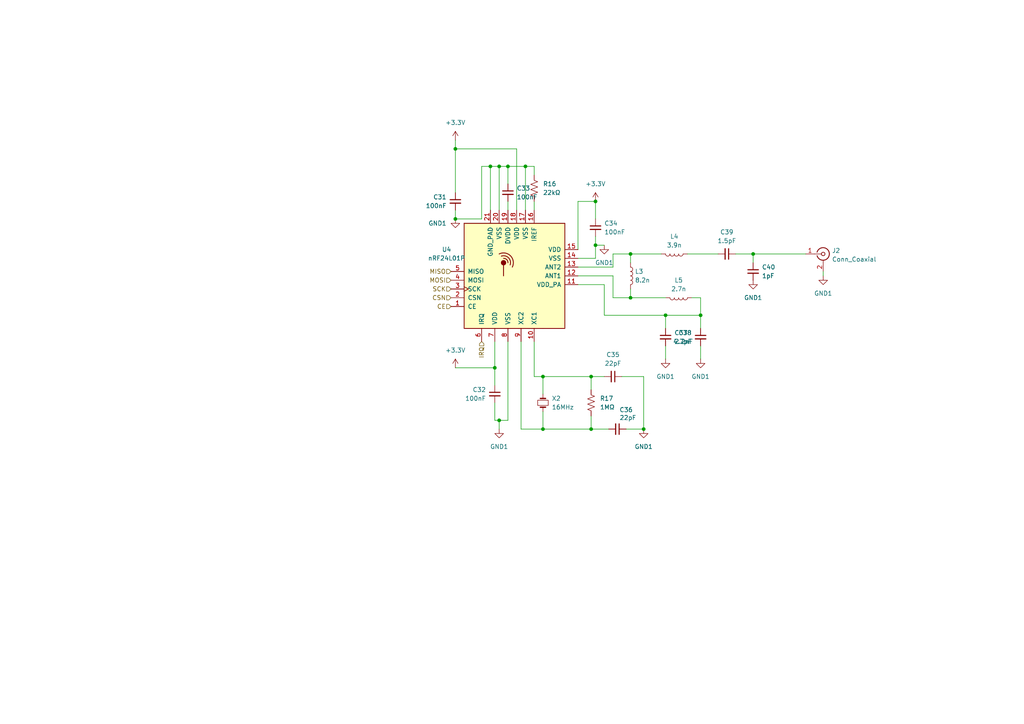
<source format=kicad_sch>
(kicad_sch (version 20231120) (generator "eeschema") (generator_version "8.0")
  (paper "A4")
  (title_block (title "bldc-controller-edp") (date "2024-08-20") (rev "1.0") (company "UTN"))
  (lib_symbols
    (symbol "Connector:Conn_Coaxial" (pin_names (offset 1.016) hide)
      (property "Reference" "J" (at 0.254 3.048 0))
      (property "Value" "Conn_Coaxial" (at 2.921 0 90))
      (symbol "Conn_Coaxial_0_1"
        (arc (start -1.778 -0.508) (mid 0.2311 -1.8066) (end 1.778 0) (stroke (width 0.254)))
        (polyline (pts (xy -2.54 0) (xy -0.508 0)))
        (polyline (pts (xy 0 -2.54) (xy 0 -1.778)))
        (circle (center 0 0) (radius 0.508) (stroke (width 0.2032)))
        (arc (start 1.778 0) (mid 0.2099 1.8101) (end -1.778 0.508) (stroke (width 0.254)))
      )
      (symbol "Conn_Coaxial_1_1"
        (pin passive line (at -5.08 0 0) (length 2.54) (name "In") (number "1"))
        (pin passive line (at 0 -5.08 90) (length 2.54) (name "Ext") (number "2"))
      )
    )
    (symbol "Device:C_Small" (pin_numbers hide) (pin_names (offset 0.254) hide)
      (property "Reference" "C" (at 0.254 1.778 0))
      (property "Value" "C_Small" (at 0.254 -2.032 0))
      (symbol "C_Small_0_1"
        (polyline (pts (xy -1.524 -0.508) (xy 1.524 -0.508)) (stroke (width 0.3302)))
        (polyline (pts (xy -1.524 0.508) (xy 1.524 0.508)) (stroke (width 0.3048)))
      )
      (symbol "C_Small_1_1"
        (pin passive line (at 0 2.54 270) (length 2.032) (name "~") (number "1"))
        (pin passive line (at 0 -2.54 90) (length 2.032) (name "~") (number "2"))
      )
    )
    (symbol "Device:Crystal_Small" (pin_numbers hide) (pin_names (offset 1.016) hide)
      (property "Reference" "Y" (at 0 2.54 0))
      (property "Value" "Crystal_Small" (at 0 -2.54 0))
      (symbol "Crystal_Small_0_1"
        (rectangle (start -0.762 -1.524) (end 0.762 1.524))
        (polyline (pts (xy -1.27 -0.762) (xy -1.27 0.762)) (stroke (width 0.381)))
        (polyline (pts (xy 1.27 -0.762) (xy 1.27 0.762)) (stroke (width 0.381)))
      )
      (symbol "Crystal_Small_1_1"
        (pin passive line (at -2.54 0 0) (length 1.27) (name "1") (number "1"))
        (pin passive line (at 2.54 0 180) (length 1.27) (name "2") (number "2"))
      )
    )
    (symbol "Device:L" (pin_numbers hide) (pin_names (offset 1.016) hide)
      (property "Reference" "L" (at -1.27 0 90))
      (property "Value" "L" (at 1.905 0 90))
      (symbol "L_0_1"
        (arc (start 0 -2.54) (mid 0.6323 -1.905) (end 0 -1.27))
        (arc (start 0 -1.27) (mid 0.6323 -0.635) (end 0 0))
        (arc (start 0 0) (mid 0.6323 0.635) (end 0 1.27))
        (arc (start 0 1.27) (mid 0.6323 1.905) (end 0 2.54))
      )
      (symbol "L_1_1"
        (pin passive line (at 0 3.81 270) (length 1.27) (name "1") (number "1"))
        (pin passive line (at 0 -3.81 90) (length 1.27) (name "2") (number "2"))
      )
    )
    (symbol "Device:R_US" (pin_numbers hide) (pin_names (offset 0))
      (property "Reference" "R" (at 2.54 0 90))
      (property "Value" "R_US" (at -2.54 0 90))
      (symbol "R_US_0_1"
        (polyline (pts (xy 0 -2.286) (xy 0 -2.54)))
        (polyline (pts (xy 0 2.286) (xy 0 2.54)))
        (polyline (pts (xy 0 -0.762) (xy 1.016 -1.143) (xy 0 -1.524) (xy -1.016 -1.905) (xy 0 -2.286)))
        (polyline (pts (xy 0 0.762) (xy 1.016 0.381) (xy 0 0) (xy -1.016 -0.381) (xy 0 -0.762)))
        (polyline (pts (xy 0 2.286) (xy 1.016 1.905) (xy 0 1.524) (xy -1.016 1.143) (xy 0 0.762)))
      )
      (symbol "R_US_1_1"
        (pin passive line (at 0 3.81 270) (length 1.27) (name "~") (number "1"))
        (pin passive line (at 0 -3.81 90) (length 1.27) (name "~") (number "2"))
      )
    )
    (symbol "crf_2:nRF24L01P" (pin_names (offset 1.016))
      (property "Reference" "U" (at -11.43 17.78 0))
      (property "Value" "nRF24L01P" (at 15.24 17.78 0))
      (symbol "nRF24L01P_0_1"
        (rectangle (start -11.43 16.51) (end 17.78 -13.97) (stroke (width 0.254)) (fill (type background)))
        (polyline (pts (xy 0 4.445) (xy 0 1.27)) (stroke (width 0.254)))
        (circle (center 0 5.08) (radius 0.635) (stroke (width 0.254)) (fill (type outline)))
        (arc (start 1.27 5.08) (mid 0.9071 5.9946) (end 0 6.35) (stroke (width 0.254)))
        (arc (start 1.905 4.445) (mid 1.4313 6.5254) (end -0.635 6.985) (stroke (width 0.254)))
        (arc (start 2.54 3.81) (mid 2.008 7.088) (end -1.27 7.62) (stroke (width 0.254)))
        (rectangle (start 11.43 -13.97) (end 11.43 -13.97))
      )
      (symbol "nRF24L01P_1_1"
        (pin input line (at -15.24 -7.62 0) (length 3.81) (name "CE") (number "1"))
        (pin passive line (at 8.89 -17.78 90) (length 3.81) (name "XC1") (number "10"))
        (pin power_out line (at 21.59 -1.27 180) (length 3.81) (name "VDD_PA") (number "11"))
        (pin passive line (at 21.59 1.27 180) (length 3.81) (name "ANT1") (number "12"))
        (pin passive line (at 21.59 3.81 180) (length 3.81) (name "ANT2") (number "13"))
        (pin power_in line (at 21.59 6.35 180) (length 3.81) (name "VSS") (number "14"))
        (pin power_in line (at 21.59 8.89 180) (length 3.81) (name "VDD") (number "15"))
        (pin passive line (at 8.89 20.32 270) (length 3.81) (name "IREF") (number "16"))
        (pin power_in line (at 6.35 20.32 270) (length 3.81) (name "VSS") (number "17"))
        (pin power_in line (at 3.81 20.32 270) (length 3.81) (name "VDD") (number "18"))
        (pin power_out line (at 1.27 20.32 270) (length 3.81) (name "DVDD") (number "19"))
        (pin input line (at -15.24 -5.08 0) (length 3.81) (name "CSN") (number "2"))
        (pin power_in line (at -1.27 20.32 270) (length 3.81) (name "VSS") (number "20"))
        (pin input line (at -3.81 20.32 270) (length 3.81) (name "GND_PAD") (number "21"))
        (pin input clock (at -15.24 -2.54 0) (length 3.81) (name "SCK") (number "3"))
        (pin input line (at -15.24 0 0) (length 3.81) (name "MOSI") (number "4"))
        (pin output line (at -15.24 2.54 0) (length 3.81) (name "MISO") (number "5"))
        (pin output line (at -6.35 -17.78 90) (length 3.81) (name "IRQ") (number "6"))
        (pin power_in line (at -2.54 -17.78 90) (length 3.81) (name "VDD") (number "7"))
        (pin power_in line (at 1.27 -17.78 90) (length 3.81) (name "VSS") (number "8"))
        (pin passive line (at 5.08 -17.78 90) (length 3.81) (name "XC2") (number "9"))
      )
    )
    (symbol "power:+3.3V" (power) (pin_numbers hide) (pin_names (offset 0) hide)
      (property "Value" "+3.3V" (at 0 3.556 0))
      (symbol "+3.3V_0_1"
        (polyline (pts (xy -0.762 1.27) (xy 0 2.54)))
        (polyline (pts (xy 0 0) (xy 0 2.54)))
        (polyline (pts (xy 0 2.54) (xy 0.762 1.27)))
      )
      (symbol "+3.3V_1_1"
        (pin power_in line (at 0 0 90) (length 0) (name "~") (number "1"))
      )
    )
    (symbol "power:GND1" (power) (pin_numbers hide) (pin_names (offset 0) hide)
      (property "Value" "GND1" (at 0 -3.81 0))
      (symbol "GND1_0_1"
        (polyline (pts (xy 0 0) (xy 0 -1.27) (xy 1.27 -1.27) (xy 0 -2.54) (xy -1.27 -1.27) (xy 0 -1.27)))
      )
      (symbol "GND1_1_1"
        (pin power_in line (at 0 0 270) (length 0) (name "~") (number "1"))
      )
    )
  )
  (junction (at 132.08 63.5))
  (junction (at 157.48 109.22))
  (junction (at 186.69 124.46))
  (junction (at 182.88 86.36))
  (junction (at 182.88 73.66))
  (junction (at 144.78 121.92))
  (junction (at 143.51 106.68))
  (junction (at 147.32 48.26))
  (junction (at 132.08 43.18))
  (junction (at 152.4 48.26))
  (junction (at 172.72 58.42))
  (junction (at 193.04 91.44))
  (junction (at 171.45 124.46))
  (junction (at 157.48 124.46))
  (junction (at 203.2 91.44))
  (junction (at 144.78 48.26))
  (junction (at 218.44 73.66))
  (junction (at 171.45 109.22))
  (junction (at 172.72 71.12))
  (junction (at 142.24 48.26))
  (wire (pts (xy 157.48 109.22) (xy 157.48 114.3)))
  (wire (pts (xy 203.2 100.33) (xy 203.2 104.14)))
  (wire (pts (xy 139.7 63.5) (xy 139.7 48.26)))
  (wire (pts (xy 143.51 116.84) (xy 143.51 121.92)))
  (wire (pts (xy 147.32 48.26) (xy 147.32 53.34)))
  (wire (pts (xy 193.04 91.44) (xy 203.2 91.44)))
  (wire (pts (xy 147.32 58.42) (xy 147.32 60.96)))
  (wire (pts (xy 167.64 58.42) (xy 167.64 72.39)))
  (wire (pts (xy 144.78 48.26) (xy 147.32 48.26)))
  (wire (pts (xy 167.64 74.93) (xy 172.72 74.93)))
  (wire (pts (xy 143.51 106.68) (xy 132.08 106.68)))
  (wire (pts (xy 193.04 91.44) (xy 193.04 95.25)))
  (wire (pts (xy 182.88 86.36) (xy 193.04 86.36)))
  (wire (pts (xy 132.08 40.64) (xy 132.08 43.18)))
  (wire (pts (xy 182.88 73.66) (xy 191.77 73.66)))
  (wire (pts (xy 139.7 48.26) (xy 142.24 48.26)))
  (wire (pts (xy 142.24 60.96) (xy 142.24 48.26)))
  (wire (pts (xy 154.94 58.42) (xy 154.94 60.96)))
  (wire (pts (xy 177.8 77.47) (xy 177.8 73.66)))
  (wire (pts (xy 167.64 77.47) (xy 177.8 77.47)))
  (wire (pts (xy 200.66 86.36) (xy 203.2 86.36)))
  (wire (pts (xy 177.8 80.01) (xy 167.64 80.01)))
  (wire (pts (xy 172.72 74.93) (xy 172.72 71.12)))
  (wire (pts (xy 157.48 119.38) (xy 157.48 124.46)))
  (wire (pts (xy 143.51 99.06) (xy 143.51 106.68)))
  (wire (pts (xy 132.08 63.5) (xy 139.7 63.5)))
  (wire (pts (xy 167.64 82.55) (xy 175.26 82.55)))
  (wire (pts (xy 213.36 73.66) (xy 218.44 73.66)))
  (wire (pts (xy 151.13 99.06) (xy 151.13 124.46)))
  (wire (pts (xy 167.64 58.42) (xy 172.72 58.42)))
  (wire (pts (xy 154.94 99.06) (xy 154.94 109.22)))
  (wire (pts (xy 132.08 60.96) (xy 132.08 63.5)))
  (wire (pts (xy 193.04 100.33) (xy 193.04 104.14)))
  (wire (pts (xy 144.78 60.96) (xy 144.78 48.26)))
  (wire (pts (xy 154.94 109.22) (xy 157.48 109.22)))
  (wire (pts (xy 171.45 109.22) (xy 171.45 113.03)))
  (wire (pts (xy 180.34 109.22) (xy 186.69 109.22)))
  (wire (pts (xy 142.24 48.26) (xy 144.78 48.26)))
  (wire (pts (xy 172.72 71.12) (xy 175.26 71.12)))
  (wire (pts (xy 199.39 73.66) (xy 208.28 73.66)))
  (wire (pts (xy 238.76 80.01) (xy 238.76 78.74)))
  (wire (pts (xy 152.4 48.26) (xy 154.94 48.26)))
  (wire (pts (xy 177.8 86.36) (xy 177.8 80.01)))
  (wire (pts (xy 172.72 58.42) (xy 172.72 63.5)))
  (wire (pts (xy 149.86 43.18) (xy 132.08 43.18)))
  (wire (pts (xy 218.44 73.66) (xy 233.68 73.66)))
  (wire (pts (xy 152.4 60.96) (xy 152.4 48.26)))
  (wire (pts (xy 171.45 124.46) (xy 176.53 124.46)))
  (wire (pts (xy 147.32 99.06) (xy 147.32 121.92)))
  (wire (pts (xy 175.26 91.44) (xy 193.04 91.44)))
  (wire (pts (xy 182.88 83.82) (xy 182.88 86.36)))
  (wire (pts (xy 143.51 106.68) (xy 143.51 111.76)))
  (wire (pts (xy 149.86 60.96) (xy 149.86 43.18)))
  (wire (pts (xy 182.88 76.2) (xy 182.88 73.66)))
  (wire (pts (xy 218.44 73.66) (xy 218.44 76.2)))
  (wire (pts (xy 181.61 124.46) (xy 186.69 124.46)))
  (wire (pts (xy 177.8 73.66) (xy 182.88 73.66)))
  (wire (pts (xy 154.94 48.26) (xy 154.94 50.8)))
  (wire (pts (xy 147.32 121.92) (xy 144.78 121.92)))
  (wire (pts (xy 172.72 68.58) (xy 172.72 71.12)))
  (wire (pts (xy 177.8 86.36) (xy 182.88 86.36)))
  (wire (pts (xy 157.48 109.22) (xy 171.45 109.22)))
  (wire (pts (xy 186.69 109.22) (xy 186.69 124.46)))
  (wire (pts (xy 147.32 48.26) (xy 152.4 48.26)))
  (wire (pts (xy 203.2 95.25) (xy 203.2 91.44)))
  (wire (pts (xy 144.78 121.92) (xy 144.78 124.46)))
  (wire (pts (xy 171.45 120.65) (xy 171.45 124.46)))
  (wire (pts (xy 175.26 82.55) (xy 175.26 91.44)))
  (wire (pts (xy 171.45 109.22) (xy 175.26 109.22)))
  (wire (pts (xy 151.13 124.46) (xy 157.48 124.46)))
  (wire (pts (xy 157.48 124.46) (xy 171.45 124.46)))
  (wire (pts (xy 143.51 121.92) (xy 144.78 121.92)))
  (wire (pts (xy 203.2 86.36) (xy 203.2 91.44)))
  (wire (pts (xy 132.08 43.18) (xy 132.08 55.88)))
  (hierarchical_label "MOSI" (shape input) (at 130.81 81.28 180))
  (hierarchical_label "SCK" (shape input) (at 130.81 83.82 180))
  (hierarchical_label "CE" (shape input) (at 130.81 88.9 180))
  (hierarchical_label "MISO" (shape input) (at 130.81 78.74 180))
  (hierarchical_label "CSN" (shape input) (at 130.81 86.36 180))
  (hierarchical_label "IRQ" (shape input) (at 139.7 99.06 270))
  (symbol (lib_id "crf_2:nRF24L01P") (at 146.05 81.28 0) (unit 1)
    (property "Reference" "U4" (at 129.54 72.3613 0))
    (property "Value" "nRF24L01P" (at 129.54 74.9013 0))
    (property "Footprint" "Package_DFN_QFN:QFN-20-1EP_4x4mm_P0.5mm_EP2.5x2.5mm" (effects (hide yes)))
    (property "Datasheet" "http://www.nordicsemi.com/eng/content/download/2726/34069/file/nRF24L01P_Product_Specification_1_0.pdf" (effects (hide yes)))
    (property "Manufacturer" "Nordic Semiconductor ASA" (effects (hide yes)))
    (property "MPN" "NRF24L01P-R" (effects (hide yes)))
  )
  (symbol (lib_id "Device:C_Small") (at 143.51 114.3 0) (unit 1)
    (property "Reference" "C32" (at 140.97 113.0362 0) (effects (justify right)))
    (property "Value" "100nF" (at 140.97 115.5762 0) (effects (justify right)))
    (property "Footprint" "Capacitor_SMD:C_0603_1608Metric" (effects (hide yes)))
    (property "Description" "CAP 100n, 50V, 0603" (effects (hide yes)))
    (property "Manufacturer" "YAGEO" (effects (hide yes)))
    (property "MPN" "CC0603KRX7R9BB104" (effects (hide yes)))
    (property "LCSC" "C14663" (effects (hide yes)))
  )
  (symbol (lib_id "Device:C_Small") (at 177.8 109.22 270) (unit 1)
    (property "Reference" "C35" (at 177.7936 102.87 90))
    (property "Value" "22pF" (at 177.7936 105.41 90))
    (property "Footprint" "Capacitor_SMD:C_0603_1608Metric" (effects (hide yes)))
    (property "Description" "CAP 15p, 100V, 0603" (effects (hide yes)))
    (property "Manufacturer" "Samsung Electro-Mechanics" (effects (hide yes)))
    (property "MPN" "CL10C150JB8NNNC" (effects (hide yes)))
    (property "LCSC" "C1644" (effects (hide yes)))
  )
  (symbol (lib_id "power:GND1") (at 186.69 124.46 0) (unit 1)
    (property "Reference" "#PWR045" (effects (hide yes)))
    (property "Value" "GND1" (at 186.69 129.54 0))
    (property "Description" "Power symbol creates a global label with name \"GND1\" , ground" (effects (hide yes)))
  )
  (symbol (lib_id "power:GND1") (at 144.78 124.46 0) (unit 1)
    (property "Reference" "#PWR042" (effects (hide yes)))
    (property "Value" "GND1" (at 144.78 129.54 0))
    (property "Description" "Power symbol creates a global label with name \"GND1\" , ground" (effects (hide yes)))
  )
  (symbol (lib_id "Device:L") (at 182.88 80.01 0) (unit 1)
    (property "Reference" "L3" (at 184.15 78.7399 0) (effects (justify left)))
    (property "Value" "8.2n" (at 184.15 81.2799 0) (effects (justify left)))
    (property "Footprint" "Inductor_SMD:L_0603_1608Metric_Pad1.05x0.95mm_HandSolder" (effects (hide yes)))
    (property "Manufacturer" "APV" (effects (hide yes)))
    (property "LCSC" "C6364698" (effects (hide yes)))
  )
  (symbol (lib_id "Device:L") (at 195.58 73.66 270) (unit 1)
    (property "Reference" "L4" (at 195.58 68.58 90))
    (property "Value" "3.9n" (at 195.58 71.12 90))
    (property "Footprint" "Inductor_SMD:L_0603_1608Metric_Pad1.05x0.95mm_HandSolder" (effects (hide yes)))
    (property "Manufacturer" " Sunlord" (effects (hide yes)))
    (property "LCSC" "C13818" (effects (hide yes)))
  )
  (symbol (lib_id "Device:L") (at 196.85 86.36 270) (unit 1)
    (property "Reference" "L5" (at 196.85 81.28 90))
    (property "Value" "2.7n" (at 196.85 83.82 90))
    (property "Footprint" "Inductor_SMD:L_0603_1608Metric_Pad1.05x0.95mm_HandSolder" (effects (hide yes)))
    (property "Manufacturer" "Murata" (effects (hide yes)))
    (property "MPN" "LQG18HN2N7S00D" (effects (hide yes)))
    (property "LCSC" "C162551" (effects (hide yes)))
  )
  (symbol (lib_id "Device:C_Small") (at 193.04 97.79 0) (unit 1)
    (property "Reference" "C37" (at 195.58 96.5262 0) (effects (justify left)))
    (property "Value" "2.2nF" (at 195.58 99.0662 0) (effects (justify left)))
    (property "Footprint" "Capacitor_SMD:C_0603_1608Metric" (effects (hide yes)))
    (property "Description" "CAP CER 0603 2.2nF 16V X7R 10%" (effects (hide yes)))
    (property "Manufacturer" "FH (Guangdong Fenghua Advanced Tech)" (effects (hide yes)))
    (property "MPN" "0603B222K500NT" (effects (hide yes)))
    (property "LCSC" "C1604" (effects (hide yes)))
  )
  (symbol (lib_id "Device:C_Small") (at 203.2 97.79 0) (mirror y) (unit 1)
    (property "Reference" "C38" (at 200.66 96.5262 0) (effects (justify left)))
    (property "Value" "4.7pF" (at 200.66 99.0662 0) (effects (justify left)))
    (property "Footprint" "Capacitor_SMD:C_0603_1608Metric" (effects (hide yes)))
    (property "Description" "CAP CER 0603 4.7PF 16V X7R 10%" (effects (hide yes)))
    (property "Manufacturer" "Samsung Electro-Mechanics" (effects (hide yes)))
    (property "MPN" "CL10C4R7BB8NNNC" (effects (hide yes)))
    (property "LCSC" "C307509" (effects (hide yes)))
  )
  (symbol (lib_id "power:GND1") (at 193.04 104.14 0) (unit 1)
    (property "Reference" "#PWR046" (effects (hide yes)))
    (property "Value" "GND1" (at 193.04 109.22 0))
    (property "Description" "Power symbol creates a global label with name \"GND1\" , ground" (effects (hide yes)))
  )
  (symbol (lib_id "power:GND1") (at 203.2 104.14 0) (unit 1)
    (property "Reference" "#PWR047" (effects (hide yes)))
    (property "Value" "GND1" (at 203.2 109.22 0))
    (property "Description" "Power symbol creates a global label with name \"GND1\" , ground" (effects (hide yes)))
  )
  (symbol (lib_id "Device:C_Small") (at 218.44 78.74 0) (unit 1)
    (property "Reference" "C40" (at 220.98 77.4762 0) (effects (justify left)))
    (property "Value" "1pF" (at 220.98 80.0162 0) (effects (justify left)))
    (property "Footprint" "Capacitor_SMD:C_0603_1608Metric" (effects (hide yes)))
    (property "Description" "CAP CER 0603 1PF 16V X7R 10%" (effects (hide yes)))
    (property "Manufacturer" "YAGEO" (effects (hide yes)))
    (property "MPN" "CC0603CRNPO8BN1R0" (effects (hide yes)))
    (property "LCSC" "C519372" (effects (hide yes)))
  )
  (symbol (lib_id "Device:C_Small") (at 210.82 73.66 270) (unit 1)
    (property "Reference" "C39" (at 210.8136 67.31 90))
    (property "Value" "1.5pF" (at 210.8136 69.85 90))
    (property "Footprint" "Capacitor_SMD:C_0603_1608Metric" (effects (hide yes)))
    (property "Description" "CAP CER 0603 1.5PF 16V X7R 10%" (effects (hide yes)))
    (property "Manufacturer" "YAGEO" (effects (hide yes)))
    (property "MPN" "AC0603BRNPO9BN1R5" (effects (hide yes)))
    (property "LCSC" "C605208" (effects (hide yes)))
  )
  (symbol (lib_id "Device:C_Small") (at 172.72 66.04 0) (unit 1)
    (property "Reference" "C34" (at 175.26 64.7762 0) (effects (justify left)))
    (property "Value" "100nF" (at 175.26 67.3162 0) (effects (justify left)))
    (property "Footprint" "Capacitor_SMD:C_0603_1608Metric" (effects (hide yes)))
    (property "Description" "CAP 100n, 50V, 0603" (effects (hide yes)))
    (property "Manufacturer" "YAGEO" (effects (hide yes)))
    (property "MPN" "CC0603KRX7R9BB104" (effects (hide yes)))
    (property "LCSC" "C14663" (effects (hide yes)))
  )
  (symbol (lib_id "power:GND1") (at 175.26 71.12 0) (unit 1)
    (property "Reference" "#PWR044" (effects (hide yes)))
    (property "Value" "GND1" (at 175.26 76.2 0))
    (property "Description" "Power symbol creates a global label with name \"GND1\" , ground" (effects (hide yes)))
  )
  (symbol (lib_id "power:+3.3V") (at 172.72 58.42 0) (unit 1)
    (property "Reference" "#PWR043" (effects (hide yes)))
    (property "Value" "+3.3V" (at 172.72 53.34 0))
    (property "Description" "Power symbol creates a global label with name \"+3.3V\"" (effects (hide yes)))
  )
  (symbol (lib_id "power:GND1") (at 218.44 81.28 0) (unit 1)
    (property "Reference" "#PWR048" (effects (hide yes)))
    (property "Value" "GND1" (at 218.44 86.36 0))
    (property "Description" "Power symbol creates a global label with name \"GND1\" , ground" (effects (hide yes)))
  )
  (symbol (lib_id "Device:C_Small") (at 132.08 58.42 0) (unit 1)
    (property "Reference" "C31" (at 129.54 57.1562 0) (effects (justify right)))
    (property "Value" "100nF" (at 129.54 59.6962 0) (effects (justify right)))
    (property "Footprint" "Capacitor_SMD:C_0603_1608Metric" (effects (hide yes)))
    (property "Description" "CAP 100n, 50V, 0603" (effects (hide yes)))
    (property "Manufacturer" "YAGEO" (effects (hide yes)))
    (property "MPN" "CC0603KRX7R9BB104" (effects (hide yes)))
    (property "LCSC" "C14663" (effects (hide yes)))
  )
  (symbol (lib_id "Device:C_Small") (at 147.32 55.88 0) (unit 1)
    (property "Reference" "C33" (at 149.86 54.6162 0) (effects (justify left)))
    (property "Value" "100nF" (at 149.86 57.1562 0) (effects (justify left)))
    (property "Footprint" "Capacitor_SMD:C_0603_1608Metric" (effects (hide yes)))
    (property "Description" "CAP 100n, 50V, 0603" (effects (hide yes)))
    (property "Manufacturer" "YAGEO" (effects (hide yes)))
    (property "MPN" "CC0603KRX7R9BB104" (effects (hide yes)))
    (property "LCSC" "C14663" (effects (hide yes)))
  )
  (symbol (lib_id "Device:R_US") (at 154.94 54.61 0) (unit 1)
    (property "Reference" "R16" (at 157.48 53.3399 0) (effects (justify left)))
    (property "Value" "22kΩ" (at 157.48 55.8799 0) (effects (justify left)))
    (property "Footprint" "Resistor_SMD:R_0603_1608Metric" (effects (hide yes)))
    (property "Manufacturer" "YAGEO" (effects (hide yes)))
    (property "MPN" "RC0603JR-0722KL" (effects (hide yes)))
    (property "LCSC" "C115416" (effects (hide yes)))
  )
  (symbol (lib_id "power:+3.3V") (at 132.08 40.64 0) (unit 1)
    (property "Reference" "#PWR039" (effects (hide yes)))
    (property "Value" "+3.3V" (at 132.08 35.56 0))
    (property "Description" "Power symbol creates a global label with name \"+3.3V\"" (effects (hide yes)))
  )
  (symbol (lib_id "power:GND1") (at 132.08 63.5 0) (unit 1)
    (property "Reference" "#PWR040" (effects (hide yes)))
    (property "Value" "GND1" (at 129.54 64.7699 0) (effects (justify right)))
    (property "Description" "Power symbol creates a global label with name \"GND1\" , ground" (effects (hide yes)))
  )
  (symbol (lib_id "power:GND1") (at 238.76 80.01 0) (unit 1)
    (property "Reference" "#PWR049" (effects (hide yes)))
    (property "Value" "GND1" (at 238.76 85.09 0))
    (property "Description" "Power symbol creates a global label with name \"GND1\" , ground" (effects (hide yes)))
  )
  (symbol (lib_id "power:+3.3V") (at 132.08 106.68 0) (unit 1)
    (property "Reference" "#PWR041" (effects (hide yes)))
    (property "Value" "+3.3V" (at 132.08 101.6 0))
    (property "Description" "Power symbol creates a global label with name \"+3.3V\"" (effects (hide yes)))
  )
  (symbol (lib_id "Device:C_Small") (at 179.07 124.46 270) (unit 1)
    (property "Reference" "C36" (at 181.61 118.872 90))
    (property "Value" "22pF" (at 182.118 121.158 90))
    (property "Footprint" "Capacitor_SMD:C_0603_1608Metric" (effects (hide yes)))
    (property "Description" "CAP 15p, 100V, 0603" (effects (hide yes)))
    (property "Manufacturer" "Samsung Electro-Mechanics" (effects (hide yes)))
    (property "MPN" "CL10C150JB8NNNC" (effects (hide yes)))
    (property "LCSC" "C1644" (effects (hide yes)))
  )
  (symbol (lib_id "Device:R_US") (at 171.45 116.84 0) (unit 1)
    (property "Reference" "R17" (at 173.99 115.5699 0) (effects (justify left)))
    (property "Value" "1MΩ" (at 173.99 118.1099 0) (effects (justify left)))
    (property "Footprint" "Resistor_SMD:R_0603_1608Metric" (effects (hide yes)))
    (property "Manufacturer" "YAGEO" (effects (hide yes)))
    (property "MPN" "RC0603FR-071ML" (effects (hide yes)))
    (property "LCSC" "C105578" (effects (hide yes)))
  )
  (symbol (lib_id "Device:Crystal_Small") (at 157.48 116.84 90) (unit 1)
    (property "Reference" "X2" (at 160.02 115.5699 90) (effects (justify right)))
    (property "Value" "16MHz" (at 160.02 118.1099 90) (effects (justify right)))
    (property "Footprint" "Crystal:Crystal_SMD_HC49-SD" (effects (hide yes)))
    (property "Description" "16 MHz ±30ppm Crystal 20pF 50 Ohms HC-49/US" (effects (hide yes)))
    (property "Manufacturer" "ECS Inc." (effects (hide yes)))
    (property "MPN" "ECS-160-20-3X-TR" (effects (hide yes)))
  )
  (symbol (lib_id "Connector:Conn_Coaxial") (at 238.76 73.66 0) (unit 1)
    (property "Reference" "J2" (at 241.3 72.6831 0) (effects (justify left)))
    (property "Value" "Conn_Coaxial" (at 241.3 75.2231 0) (effects (justify left)))
    (property "Footprint" "Connector_Coaxial:SMA_Amphenol_901-143_Horizontal" (effects (hide yes)))
    (property "Description" "coaxial connector (BNC, SMA, SMB, SMC, Cinch/RCA, LEMO, ...)" (effects (hide yes)))
    (property "LCSC" "C496549" (effects (hide yes)))
  )
)
</source>
